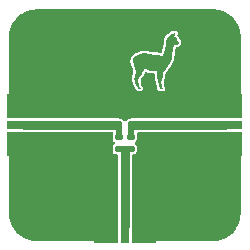
<source format=gbr>
%TF.GenerationSoftware,KiCad,Pcbnew,6.0.9+dfsg-1~bpo11+1*%
%TF.CreationDate,2022-11-11T16:08:21+01:00*%
%TF.ProjectId,015-3-port-resistive-splitter,3031352d-332d-4706-9f72-742d72657369,1*%
%TF.SameCoordinates,Original*%
%TF.FileFunction,Copper,L1,Top*%
%TF.FilePolarity,Positive*%
%FSLAX46Y46*%
G04 Gerber Fmt 4.6, Leading zero omitted, Abs format (unit mm)*
G04 Created by KiCad (PCBNEW 6.0.9+dfsg-1~bpo11+1) date 2022-11-11 16:08:21*
%MOMM*%
%LPD*%
G01*
G04 APERTURE LIST*
G04 Aperture macros list*
%AMRoundRect*
0 Rectangle with rounded corners*
0 $1 Rounding radius*
0 $2 $3 $4 $5 $6 $7 $8 $9 X,Y pos of 4 corners*
0 Add a 4 corners polygon primitive as box body*
4,1,4,$2,$3,$4,$5,$6,$7,$8,$9,$2,$3,0*
0 Add four circle primitives for the rounded corners*
1,1,$1+$1,$2,$3*
1,1,$1+$1,$4,$5*
1,1,$1+$1,$6,$7*
1,1,$1+$1,$8,$9*
0 Add four rect primitives between the rounded corners*
20,1,$1+$1,$2,$3,$4,$5,0*
20,1,$1+$1,$4,$5,$6,$7,0*
20,1,$1+$1,$6,$7,$8,$9,0*
20,1,$1+$1,$8,$9,$2,$3,0*%
G04 Aperture macros list end*
%TA.AperFunction,SMDPad,CuDef*%
%ADD10RoundRect,0.135000X0.185000X-0.135000X0.185000X0.135000X-0.185000X0.135000X-0.185000X-0.135000X0*%
%TD*%
%TA.AperFunction,SMDPad,CuDef*%
%ADD11RoundRect,0.135000X-0.135000X-0.185000X0.135000X-0.185000X0.135000X0.185000X-0.135000X0.185000X0*%
%TD*%
%TA.AperFunction,SMDPad,CuDef*%
%ADD12R,0.800000X3.000000*%
%TD*%
%TA.AperFunction,ComponentPad*%
%ADD13C,0.800000*%
%TD*%
%TA.AperFunction,SMDPad,CuDef*%
%ADD14R,2.000000X3.000000*%
%TD*%
%TA.AperFunction,ComponentPad*%
%ADD15C,3.400000*%
%TD*%
%TA.AperFunction,SMDPad,CuDef*%
%ADD16R,3.000000X0.800000*%
%TD*%
%TA.AperFunction,SMDPad,CuDef*%
%ADD17R,3.000000X2.000000*%
%TD*%
%TA.AperFunction,ViaPad*%
%ADD18C,0.800000*%
%TD*%
%TA.AperFunction,Conductor*%
%ADD19C,0.800000*%
%TD*%
%TA.AperFunction,Conductor*%
%ADD20C,0.540000*%
%TD*%
G04 APERTURE END LIST*
%TO.C,G\u002A\u002A\u002A*%
G36*
X151749497Y-69705930D02*
G01*
X151764069Y-69713656D01*
X151769927Y-69729804D01*
X151767275Y-69757051D01*
X151756317Y-69798075D01*
X151737535Y-69854754D01*
X151721149Y-69901459D01*
X151706954Y-69940638D01*
X151696401Y-69968377D01*
X151690939Y-69980758D01*
X151690775Y-69980959D01*
X151696427Y-69988191D01*
X151715834Y-70002578D01*
X151744807Y-70021017D01*
X151745083Y-70021183D01*
X151807973Y-70064867D01*
X151855801Y-70110644D01*
X151887613Y-70156763D01*
X151902451Y-70201472D01*
X151899359Y-70243020D01*
X151882809Y-70273458D01*
X151863280Y-70297575D01*
X151919844Y-70331649D01*
X151960026Y-70357712D01*
X152001539Y-70387480D01*
X152022896Y-70404263D01*
X152048950Y-70426940D01*
X152062034Y-70443624D01*
X152065500Y-70460997D01*
X152062950Y-70484137D01*
X152057925Y-70523885D01*
X152054473Y-70564182D01*
X152054345Y-70566485D01*
X152048998Y-70597830D01*
X152035247Y-70615484D01*
X152029584Y-70618777D01*
X152006313Y-70635279D01*
X151986583Y-70655266D01*
X151976521Y-70666051D01*
X151964266Y-70673487D01*
X151945751Y-70678432D01*
X151916911Y-70681745D01*
X151873680Y-70684285D01*
X151842791Y-70685643D01*
X151783133Y-70689244D01*
X151738225Y-70694292D01*
X151710429Y-70700477D01*
X151703696Y-70703892D01*
X151691670Y-70722389D01*
X151682617Y-70750758D01*
X151681739Y-70755560D01*
X151674380Y-70781642D01*
X151659796Y-70819708D01*
X151640489Y-70863505D01*
X151629076Y-70887148D01*
X151611906Y-70922661D01*
X151598530Y-70954130D01*
X151587726Y-70985994D01*
X151578272Y-71022692D01*
X151568946Y-71068665D01*
X151558527Y-71128353D01*
X151552292Y-71166155D01*
X151540900Y-71241488D01*
X151529802Y-71324739D01*
X151519992Y-71407770D01*
X151512466Y-71482440D01*
X151510000Y-71512331D01*
X151495768Y-71661863D01*
X151476390Y-71794448D01*
X151451302Y-71913291D01*
X151420342Y-72020379D01*
X151391430Y-72098143D01*
X151358588Y-72165959D01*
X151318309Y-72229523D01*
X151267087Y-72294533D01*
X151217932Y-72349212D01*
X151119618Y-72466293D01*
X151036095Y-72592642D01*
X150973653Y-72712199D01*
X150945475Y-72768916D01*
X150920100Y-72811388D01*
X150893964Y-72845031D01*
X150870771Y-72868617D01*
X150843100Y-72893130D01*
X150820540Y-72910726D01*
X150807857Y-72917695D01*
X150807684Y-72917701D01*
X150795740Y-72924231D01*
X150784208Y-72944780D01*
X150772681Y-72980786D01*
X150760748Y-73033687D01*
X150748001Y-73104923D01*
X150739991Y-73155752D01*
X150725224Y-73248766D01*
X150710991Y-73327639D01*
X150695826Y-73398802D01*
X150678263Y-73468684D01*
X150656839Y-73543715D01*
X150636436Y-73610164D01*
X150615951Y-73679780D01*
X150602226Y-73739472D01*
X150594962Y-73794805D01*
X150593861Y-73851345D01*
X150598623Y-73914656D01*
X150608951Y-73990305D01*
X150614265Y-74023397D01*
X150624152Y-74084904D01*
X150633386Y-74145188D01*
X150641131Y-74198595D01*
X150646552Y-74239473D01*
X150647850Y-74250736D01*
X150655182Y-74295741D01*
X150668657Y-74332907D01*
X150692293Y-74372976D01*
X150695212Y-74377323D01*
X150735410Y-74436741D01*
X150433324Y-74436741D01*
X150440307Y-74403157D01*
X150448955Y-74373397D01*
X150459381Y-74350549D01*
X150464241Y-74337005D01*
X150461863Y-74318593D01*
X150451076Y-74290459D01*
X150438343Y-74263305D01*
X150418339Y-74217616D01*
X150401307Y-74167775D01*
X150386142Y-74109586D01*
X150371740Y-74038853D01*
X150358140Y-73958625D01*
X150348063Y-73906500D01*
X150333193Y-73843631D01*
X150315709Y-73778728D01*
X150301331Y-73731285D01*
X150281662Y-73668445D01*
X150266474Y-73614167D01*
X150254845Y-73563325D01*
X150245854Y-73510787D01*
X150238579Y-73451424D01*
X150232099Y-73380107D01*
X150227571Y-73320712D01*
X150222296Y-73217557D01*
X150221494Y-73118815D01*
X150225069Y-73029442D01*
X150232923Y-72954394D01*
X150234938Y-72941894D01*
X150240574Y-72909251D01*
X150055351Y-72914973D01*
X149934551Y-72916493D01*
X149829454Y-72912737D01*
X149735673Y-72903287D01*
X149648821Y-72887726D01*
X149577624Y-72869514D01*
X149471157Y-72830649D01*
X149381829Y-72780603D01*
X149309198Y-72719065D01*
X149252825Y-72645724D01*
X149246724Y-72635404D01*
X149218196Y-72585613D01*
X149210928Y-72614569D01*
X149191066Y-72671755D01*
X149160323Y-72734851D01*
X149123136Y-72795888D01*
X149083937Y-72846898D01*
X149078115Y-72853237D01*
X149044112Y-72890266D01*
X149021304Y-72919548D01*
X149006142Y-72947820D01*
X148995075Y-72981817D01*
X148984556Y-73028275D01*
X148983696Y-73032419D01*
X148964542Y-73105056D01*
X148937367Y-73171410D01*
X148899699Y-73235738D01*
X148849064Y-73302299D01*
X148786851Y-73371319D01*
X148742944Y-73418099D01*
X148711385Y-73454079D01*
X148689591Y-73482749D01*
X148674980Y-73507599D01*
X148664968Y-73532118D01*
X148662773Y-73538956D01*
X148648906Y-73601349D01*
X148640779Y-73674780D01*
X148638941Y-73750282D01*
X148643939Y-73818888D01*
X148645156Y-73827058D01*
X148664138Y-73943204D01*
X148680942Y-74040262D01*
X148695897Y-74119659D01*
X148709334Y-74182822D01*
X148721581Y-74231179D01*
X148732969Y-74266156D01*
X148743826Y-74289179D01*
X148754483Y-74301677D01*
X148754825Y-74301920D01*
X148785325Y-74327189D01*
X148812851Y-74356824D01*
X148831765Y-74384361D01*
X148836180Y-74395133D01*
X148837533Y-74404645D01*
X148833225Y-74410734D01*
X148819705Y-74414159D01*
X148793425Y-74415684D01*
X148750836Y-74416067D01*
X148738508Y-74416074D01*
X148635361Y-74416074D01*
X148637738Y-74387656D01*
X148635658Y-74369443D01*
X148624630Y-74348702D01*
X148602058Y-74321446D01*
X148578871Y-74297237D01*
X148536057Y-74248160D01*
X148497091Y-74190611D01*
X148460500Y-74121739D01*
X148424806Y-74038692D01*
X148388535Y-73938621D01*
X148379995Y-73913016D01*
X148345183Y-73801371D01*
X148319905Y-73704622D01*
X148304211Y-73619298D01*
X148298151Y-73541934D01*
X148301776Y-73469061D01*
X148315135Y-73397211D01*
X148338277Y-73322916D01*
X148371253Y-73242709D01*
X148390214Y-73201875D01*
X148405533Y-73168586D01*
X148415470Y-73141580D01*
X148421157Y-73114682D01*
X148423722Y-73081714D01*
X148424296Y-73036501D01*
X148424231Y-73015870D01*
X148416326Y-72904730D01*
X148393746Y-72780362D01*
X148356725Y-72643852D01*
X148321937Y-72540525D01*
X148303810Y-72486338D01*
X148286790Y-72428415D01*
X148273532Y-72376063D01*
X148269395Y-72356246D01*
X148256700Y-72299381D01*
X148242932Y-72256240D01*
X148228984Y-72228204D01*
X148215750Y-72216656D01*
X148204123Y-72222978D01*
X148196263Y-72243057D01*
X148191492Y-72259686D01*
X148187099Y-72261209D01*
X148180185Y-72245913D01*
X148174414Y-72230140D01*
X148163517Y-72181856D01*
X148159529Y-72121852D01*
X148162256Y-72057816D01*
X148171505Y-71997435D01*
X148181127Y-71963210D01*
X148228388Y-71860329D01*
X148293363Y-71766437D01*
X148374820Y-71682256D01*
X148471531Y-71608507D01*
X148582266Y-71545911D01*
X148705798Y-71495191D01*
X148840896Y-71457067D01*
X148986331Y-71432261D01*
X149101931Y-71422808D01*
X149189714Y-71420771D01*
X149273788Y-71423330D01*
X149359065Y-71431031D01*
X149450458Y-71444418D01*
X149552879Y-71464036D01*
X149634000Y-71481821D01*
X149730096Y-71503358D01*
X149809868Y-71520213D01*
X149876997Y-71532892D01*
X149935164Y-71541902D01*
X149988051Y-71547750D01*
X150039338Y-71550942D01*
X150092706Y-71551986D01*
X150140918Y-71551588D01*
X150197027Y-71550928D01*
X150241302Y-71551602D01*
X150279609Y-71554329D01*
X150317817Y-71559831D01*
X150361794Y-71568832D01*
X150417409Y-71582051D01*
X150445893Y-71589095D01*
X150517911Y-71606227D01*
X150573568Y-71617196D01*
X150616235Y-71621989D01*
X150649281Y-71620594D01*
X150676077Y-71613000D01*
X150699992Y-71599193D01*
X150714122Y-71588122D01*
X150735178Y-71567686D01*
X150753022Y-71543142D01*
X150768940Y-71511354D01*
X150784214Y-71469186D01*
X150800129Y-71413502D01*
X150817969Y-71341166D01*
X150821635Y-71325482D01*
X150839194Y-71253783D01*
X150860354Y-71173325D01*
X150882595Y-71093387D01*
X150903398Y-71023247D01*
X150905741Y-71015730D01*
X150921267Y-70965126D01*
X150933592Y-70921308D01*
X150943515Y-70879957D01*
X150951836Y-70836754D01*
X150959354Y-70787378D01*
X150966868Y-70727511D01*
X150975178Y-70652832D01*
X150978291Y-70623641D01*
X150989387Y-70521506D01*
X150999261Y-70437420D01*
X151008386Y-70368834D01*
X151017234Y-70313201D01*
X151026280Y-70267970D01*
X151035996Y-70230595D01*
X151046856Y-70198526D01*
X151059333Y-70169215D01*
X151064777Y-70157905D01*
X151085516Y-70118708D01*
X151106630Y-70086547D01*
X151131692Y-70057773D01*
X151164272Y-70028734D01*
X151207943Y-69995779D01*
X151256487Y-69961936D01*
X151306169Y-69925981D01*
X151357828Y-69885320D01*
X151404212Y-69845808D01*
X151429179Y-69822448D01*
X151460564Y-69793056D01*
X151487611Y-69770917D01*
X151506429Y-69759062D01*
X151511848Y-69758018D01*
X151525421Y-69772636D01*
X151527033Y-69802619D01*
X151516705Y-69846491D01*
X151510386Y-69864556D01*
X151498904Y-69896345D01*
X151491139Y-69919954D01*
X151488993Y-69928741D01*
X151495323Y-69926826D01*
X151512271Y-69912553D01*
X151536774Y-69889055D01*
X151565769Y-69859463D01*
X151596192Y-69826909D01*
X151624982Y-69794528D01*
X151649074Y-69765450D01*
X151650700Y-69763368D01*
X151677896Y-69730625D01*
X151698583Y-69712173D01*
X151717013Y-69704658D01*
X151726005Y-69703950D01*
X151749497Y-69705930D01*
G37*
%TD*%
D10*
%TO.P,R3,1*%
%TO.N,Net-(J2-Pad1)*%
X148000000Y-79510000D03*
%TO.P,R3,2*%
%TO.N,Net-(J3-Pad1)*%
X148000000Y-78490000D03*
%TD*%
D11*
%TO.P,R2,1*%
%TO.N,Net-(J1-Pad1)*%
X146990000Y-77500000D03*
%TO.P,R2,2*%
%TO.N,Net-(J3-Pad1)*%
X148010000Y-77500000D03*
%TD*%
D10*
%TO.P,R1,1*%
%TO.N,Net-(J2-Pad1)*%
X147000000Y-79510000D03*
%TO.P,R1,2*%
%TO.N,Net-(J1-Pad1)*%
X147000000Y-78490000D03*
%TD*%
D12*
%TO.P,J2,1,Pin_1*%
%TO.N,Net-(J2-Pad1)*%
X147500000Y-86000000D03*
D13*
%TO.P,J2,2,Pin_2*%
%TO.N,GND*%
X149000000Y-86500000D03*
X146500000Y-86000000D03*
D14*
X149100000Y-86000000D03*
D13*
X148500000Y-85000000D03*
X148500000Y-86000000D03*
X146500000Y-85000000D03*
X146000000Y-86500000D03*
X149000000Y-85500000D03*
D14*
X145900000Y-86000000D03*
D13*
X146000000Y-85500000D03*
X148500000Y-87000000D03*
X146500000Y-87000000D03*
%TD*%
D15*
%TO.P,H3,1,1*%
%TO.N,GND*%
X140000000Y-70000000D03*
%TD*%
D16*
%TO.P,J3,1,Pin_1*%
%TO.N,Net-(J3-Pad1)*%
X156000000Y-77500000D03*
D17*
%TO.P,J3,2,Pin_2*%
%TO.N,GND*%
X156000000Y-75900000D03*
D13*
X157000000Y-76500000D03*
X155500000Y-76000000D03*
X157000000Y-78500000D03*
X155000000Y-78500000D03*
X156500000Y-79000000D03*
X156000000Y-76500000D03*
X155000000Y-76500000D03*
X156000000Y-78500000D03*
X156500000Y-76000000D03*
X155500000Y-79000000D03*
D17*
X156000000Y-79100000D03*
%TD*%
D15*
%TO.P,H1,1,1*%
%TO.N,GND*%
X155000000Y-85000000D03*
%TD*%
%TO.P,H2,1,1*%
%TO.N,GND*%
X155000000Y-70000000D03*
%TD*%
D16*
%TO.P,J1,1,Pin_1*%
%TO.N,Net-(J1-Pad1)*%
X139000000Y-77500000D03*
D13*
%TO.P,J1,2,Pin_2*%
%TO.N,GND*%
X139000000Y-76500000D03*
D17*
X139000000Y-75900000D03*
D13*
X139000000Y-78500000D03*
X138000000Y-76500000D03*
X139500000Y-76000000D03*
X139500000Y-79000000D03*
D17*
X139000000Y-79100000D03*
D13*
X140000000Y-76500000D03*
X138000000Y-78500000D03*
X140000000Y-78500000D03*
X138500000Y-79000000D03*
X138500000Y-76000000D03*
%TD*%
D15*
%TO.P,H4,1,1*%
%TO.N,GND*%
X140000000Y-85000000D03*
%TD*%
D18*
%TO.N,GND*%
X150000000Y-85000000D03*
X145000000Y-85000000D03*
X140000000Y-75000000D03*
X150000000Y-82500000D03*
X145000000Y-82500000D03*
X142500000Y-70000000D03*
X147500000Y-70000000D03*
X150000000Y-70000000D03*
X152500000Y-70000000D03*
X147500000Y-72500000D03*
X145000000Y-72500000D03*
X142500000Y-72500000D03*
X142500000Y-75000000D03*
X145000000Y-75000000D03*
X147500000Y-75000000D03*
X150000000Y-75000000D03*
X152500000Y-72500000D03*
X152500000Y-75000000D03*
X142500000Y-80000000D03*
X142500000Y-82500000D03*
X152500000Y-80000000D03*
X152500000Y-82500000D03*
X149500000Y-81000000D03*
X145500000Y-81000000D03*
X150000000Y-79500000D03*
X145000000Y-79500000D03*
X145500000Y-80000000D03*
X149500000Y-80000000D03*
X149000000Y-79500000D03*
X146000000Y-79500000D03*
X149000000Y-78500000D03*
X149500000Y-79000000D03*
X150000000Y-78500000D03*
X146000000Y-78500000D03*
X145500000Y-79000000D03*
X145000000Y-78500000D03*
X144500000Y-79000000D03*
X144000000Y-78500000D03*
X143500000Y-79000000D03*
X143000000Y-78500000D03*
X142500000Y-79000000D03*
X142000000Y-78500000D03*
X141500000Y-79000000D03*
X141000000Y-78500000D03*
X147000000Y-76500000D03*
X146500000Y-76000000D03*
X146000000Y-76500000D03*
X145500000Y-76000000D03*
X145000000Y-76500000D03*
X144500000Y-76000000D03*
X144000000Y-76500000D03*
X143500000Y-76000000D03*
X143000000Y-76500000D03*
X142500000Y-76000000D03*
X142000000Y-76500000D03*
X141500000Y-76000000D03*
X141000000Y-76500000D03*
X147500000Y-76000000D03*
X148000000Y-76500000D03*
X148500000Y-76000000D03*
X149000000Y-76500000D03*
X149500000Y-76000000D03*
X150000000Y-76500000D03*
X150500000Y-76000000D03*
X151000000Y-76500000D03*
X151500000Y-76000000D03*
X152000000Y-76500000D03*
X152500000Y-76000000D03*
X153000000Y-76500000D03*
X153500000Y-76000000D03*
X154500000Y-76000000D03*
X154000000Y-76500000D03*
X150500000Y-79000000D03*
X151000000Y-78500000D03*
X151500000Y-79000000D03*
X152000000Y-78500000D03*
X152500000Y-79000000D03*
X153000000Y-78500000D03*
X153500000Y-79000000D03*
X154000000Y-78500000D03*
X149000000Y-80500000D03*
X148500000Y-81000000D03*
X149000000Y-81500000D03*
X148500000Y-82000000D03*
X149000000Y-82500000D03*
X148500000Y-83000000D03*
X149000000Y-83500000D03*
X148500000Y-84000000D03*
X146000000Y-80500000D03*
X146500000Y-81000000D03*
X146000000Y-81500000D03*
X146500000Y-82000000D03*
X146000000Y-82500000D03*
X146500000Y-83000000D03*
X146000000Y-83500000D03*
X146500000Y-84000000D03*
X140000000Y-82500000D03*
X154500000Y-79000000D03*
X146000000Y-84500000D03*
X155000000Y-72500000D03*
X152500000Y-85000000D03*
X142500000Y-85000000D03*
X140000000Y-80000000D03*
X149000000Y-84500000D03*
X155000000Y-82500000D03*
X140500000Y-79000000D03*
X155000000Y-80000000D03*
X155000000Y-75000000D03*
X140000000Y-72500000D03*
X140500000Y-76000000D03*
%TD*%
D19*
%TO.N,Net-(J1-Pad1)*%
X139000000Y-77500000D02*
X146750000Y-77500000D01*
%TO.N,Net-(J3-Pad1)*%
X148250000Y-77500000D02*
X156000000Y-77500000D01*
%TO.N,Net-(J2-Pad1)*%
X147499550Y-79640740D02*
X147500000Y-80000000D01*
X147500000Y-80000000D02*
X147500000Y-86000000D01*
D20*
X147490000Y-79510000D02*
X147499550Y-79640740D01*
X147000000Y-79510000D02*
X147490000Y-79510000D01*
X147490000Y-79510000D02*
X148000000Y-79510000D01*
%TO.N,Net-(J3-Pad1)*%
X148010000Y-77500000D02*
X148010000Y-78480000D01*
X148010000Y-78480000D02*
X148000000Y-78490000D01*
%TO.N,Net-(J1-Pad1)*%
X146990000Y-77500000D02*
X146990000Y-78480000D01*
X146990000Y-78480000D02*
X147000000Y-78490000D01*
%TD*%
%TA.AperFunction,Conductor*%
%TO.N,GND*%
G36*
X157258691Y-78119407D02*
G01*
X157294655Y-78168907D01*
X157299500Y-78199500D01*
X157299500Y-84965983D01*
X157296982Y-84988169D01*
X157294344Y-84999641D01*
X157296805Y-85010517D01*
X157296786Y-85021664D01*
X157296757Y-85021664D01*
X157297578Y-85031772D01*
X157283096Y-85271197D01*
X157281656Y-85283056D01*
X157233761Y-85544415D01*
X157230900Y-85556023D01*
X157151852Y-85809695D01*
X157147613Y-85820873D01*
X157038564Y-86063170D01*
X157033008Y-86073756D01*
X156895548Y-86301142D01*
X156888757Y-86310980D01*
X156724897Y-86520132D01*
X156716970Y-86529081D01*
X156529081Y-86716970D01*
X156520132Y-86724897D01*
X156310980Y-86888757D01*
X156301142Y-86895548D01*
X156073756Y-87033008D01*
X156063170Y-87038564D01*
X155820873Y-87147613D01*
X155809695Y-87151852D01*
X155556015Y-87230902D01*
X155544422Y-87233759D01*
X155283056Y-87281656D01*
X155271204Y-87283095D01*
X155032288Y-87297547D01*
X155022372Y-87296724D01*
X155022372Y-87296862D01*
X155011224Y-87296842D01*
X155000359Y-87294344D01*
X154988359Y-87297059D01*
X154966512Y-87299500D01*
X148199500Y-87299500D01*
X148141309Y-87280593D01*
X148105345Y-87231093D01*
X148100500Y-87200500D01*
X148100500Y-80079500D01*
X148119407Y-80021309D01*
X148168907Y-79985345D01*
X148199500Y-79980500D01*
X148224316Y-79980500D01*
X148273173Y-79974068D01*
X148280042Y-79970865D01*
X148372554Y-79927726D01*
X148372556Y-79927725D01*
X148380404Y-79924065D01*
X148464065Y-79840404D01*
X148514068Y-79733173D01*
X148520500Y-79684316D01*
X148520500Y-79335684D01*
X148514068Y-79286827D01*
X148464065Y-79179596D01*
X148380404Y-79095935D01*
X148367081Y-79089723D01*
X148322336Y-79047995D01*
X148310662Y-78987933D01*
X148336521Y-78932481D01*
X148367080Y-78910278D01*
X148380404Y-78904065D01*
X148464065Y-78820404D01*
X148514068Y-78713173D01*
X148520500Y-78664316D01*
X148520500Y-78315684D01*
X148514068Y-78266827D01*
X148502183Y-78241340D01*
X148494726Y-78180611D01*
X148524389Y-78127096D01*
X148579841Y-78101238D01*
X148591907Y-78100500D01*
X157200500Y-78100500D01*
X157258691Y-78119407D01*
G37*
%TD.AperFunction*%
%TA.AperFunction,Conductor*%
G36*
X146466284Y-78119407D02*
G01*
X146502248Y-78168907D01*
X146502248Y-78230093D01*
X146497817Y-78241339D01*
X146485932Y-78266827D01*
X146479500Y-78315684D01*
X146479500Y-78664316D01*
X146485932Y-78713173D01*
X146535935Y-78820404D01*
X146619596Y-78904065D01*
X146632919Y-78910277D01*
X146677664Y-78952005D01*
X146689338Y-79012067D01*
X146663479Y-79067519D01*
X146632920Y-79089722D01*
X146619596Y-79095935D01*
X146535935Y-79179596D01*
X146485932Y-79286827D01*
X146479500Y-79335684D01*
X146479500Y-79684316D01*
X146485932Y-79733173D01*
X146535935Y-79840404D01*
X146619596Y-79924065D01*
X146627444Y-79927725D01*
X146627446Y-79927726D01*
X146719958Y-79970865D01*
X146726827Y-79974068D01*
X146775684Y-79980500D01*
X146800500Y-79980500D01*
X146858691Y-79999407D01*
X146894655Y-80048907D01*
X146899500Y-80079500D01*
X146899500Y-87200500D01*
X146880593Y-87258691D01*
X146831093Y-87294655D01*
X146800500Y-87299500D01*
X140034017Y-87299500D01*
X140011831Y-87296982D01*
X140011801Y-87296975D01*
X140000359Y-87294344D01*
X139989483Y-87296805D01*
X139978336Y-87296786D01*
X139978336Y-87296757D01*
X139968228Y-87297578D01*
X139838014Y-87289702D01*
X139728796Y-87283095D01*
X139716944Y-87281656D01*
X139455578Y-87233759D01*
X139443985Y-87230902D01*
X139190305Y-87151852D01*
X139179127Y-87147613D01*
X138936830Y-87038564D01*
X138926244Y-87033008D01*
X138698858Y-86895548D01*
X138689020Y-86888757D01*
X138479868Y-86724897D01*
X138470919Y-86716970D01*
X138283030Y-86529081D01*
X138275103Y-86520132D01*
X138111243Y-86310980D01*
X138104452Y-86301142D01*
X137966992Y-86073756D01*
X137961436Y-86063170D01*
X137852387Y-85820873D01*
X137848148Y-85809695D01*
X137769100Y-85556023D01*
X137766239Y-85544415D01*
X137718344Y-85283056D01*
X137716904Y-85271197D01*
X137702469Y-85032548D01*
X137704207Y-85011810D01*
X137703747Y-85011757D01*
X137704389Y-85006179D01*
X137705655Y-85000718D01*
X137705656Y-85000000D01*
X137704412Y-84994545D01*
X137702980Y-84988266D01*
X137700500Y-84966248D01*
X137700500Y-78199500D01*
X137719407Y-78141309D01*
X137768907Y-78105345D01*
X137799500Y-78100500D01*
X146408093Y-78100500D01*
X146466284Y-78119407D01*
G37*
%TD.AperFunction*%
%TA.AperFunction,Conductor*%
G36*
X154988169Y-67703018D02*
G01*
X154999641Y-67705656D01*
X155010517Y-67703195D01*
X155021664Y-67703214D01*
X155021664Y-67703243D01*
X155031772Y-67702422D01*
X155161986Y-67710298D01*
X155271204Y-67716905D01*
X155283056Y-67718344D01*
X155544422Y-67766241D01*
X155556015Y-67769098D01*
X155762244Y-67833361D01*
X155809695Y-67848148D01*
X155820873Y-67852387D01*
X156063170Y-67961436D01*
X156073756Y-67966992D01*
X156301142Y-68104452D01*
X156310980Y-68111243D01*
X156520132Y-68275103D01*
X156529081Y-68283030D01*
X156716970Y-68470919D01*
X156724897Y-68479868D01*
X156888757Y-68689020D01*
X156895548Y-68698858D01*
X157033008Y-68926244D01*
X157038564Y-68936830D01*
X157147613Y-69179127D01*
X157151852Y-69190305D01*
X157230900Y-69443977D01*
X157233759Y-69455578D01*
X157281655Y-69716936D01*
X157283095Y-69728796D01*
X157293990Y-69908908D01*
X157297547Y-69967712D01*
X157296724Y-69977628D01*
X157296862Y-69977628D01*
X157296842Y-69988776D01*
X157294344Y-69999641D01*
X157296804Y-70010513D01*
X157297059Y-70011638D01*
X157299500Y-70033488D01*
X157299500Y-76800500D01*
X157280593Y-76858691D01*
X157231093Y-76894655D01*
X157200500Y-76899500D01*
X148210639Y-76899500D01*
X148093238Y-76914956D01*
X148087241Y-76917440D01*
X147955609Y-76971964D01*
X147917723Y-76979500D01*
X147835684Y-76979500D01*
X147786827Y-76985932D01*
X147779959Y-76989135D01*
X147779958Y-76989135D01*
X147687446Y-77032274D01*
X147687444Y-77032275D01*
X147679596Y-77035935D01*
X147595935Y-77119596D01*
X147589723Y-77132919D01*
X147547995Y-77177664D01*
X147487933Y-77189338D01*
X147432481Y-77163479D01*
X147410278Y-77132920D01*
X147404065Y-77119596D01*
X147320404Y-77035935D01*
X147312556Y-77032275D01*
X147312554Y-77032274D01*
X147220042Y-76989135D01*
X147220041Y-76989135D01*
X147213173Y-76985932D01*
X147164316Y-76979500D01*
X147082277Y-76979500D01*
X147044391Y-76971964D01*
X146912759Y-76917440D01*
X146906762Y-76914956D01*
X146789361Y-76899500D01*
X137799500Y-76899500D01*
X137741309Y-76880593D01*
X137705345Y-76831093D01*
X137700500Y-76800500D01*
X137700500Y-72112417D01*
X147957960Y-72112417D01*
X147958331Y-72117999D01*
X147958331Y-72118001D01*
X147958388Y-72118855D01*
X147958516Y-72129636D01*
X147958249Y-72135904D01*
X147959254Y-72141371D01*
X147959272Y-72141634D01*
X147960621Y-72152449D01*
X147962543Y-72181366D01*
X147962754Y-72184547D01*
X147962971Y-72191511D01*
X147962921Y-72203774D01*
X147964152Y-72209228D01*
X147964296Y-72210542D01*
X147964589Y-72212169D01*
X147964957Y-72217705D01*
X147966548Y-72223022D01*
X147966548Y-72223025D01*
X147968498Y-72229543D01*
X147970218Y-72236105D01*
X147973011Y-72248481D01*
X147975613Y-72260010D01*
X147977271Y-72269484D01*
X147977596Y-72272074D01*
X147977597Y-72272078D01*
X147978294Y-72277638D01*
X147980219Y-72282898D01*
X147980885Y-72285648D01*
X147981585Y-72288027D01*
X147982588Y-72290916D01*
X147983809Y-72296328D01*
X147986204Y-72301335D01*
X147987647Y-72305492D01*
X147988099Y-72307738D01*
X147990403Y-72312834D01*
X147992929Y-72318422D01*
X147995690Y-72325184D01*
X147999659Y-72336032D01*
X148001022Y-72338134D01*
X148003970Y-72345151D01*
X148012543Y-72369949D01*
X148030755Y-72388308D01*
X148039343Y-72398197D01*
X148054971Y-72418805D01*
X148059759Y-72421258D01*
X148088712Y-72465506D01*
X148092829Y-72479518D01*
X148093814Y-72483121D01*
X148096609Y-72494158D01*
X148096611Y-72494165D01*
X148097975Y-72499549D01*
X148099595Y-72502720D01*
X148100023Y-72503997D01*
X148105791Y-72523628D01*
X148106102Y-72524856D01*
X148106440Y-72528342D01*
X148111906Y-72544679D01*
X148113003Y-72548173D01*
X148117815Y-72564549D01*
X148119522Y-72567600D01*
X148119975Y-72568803D01*
X148124630Y-72582717D01*
X148124649Y-72582910D01*
X148131762Y-72604036D01*
X148138965Y-72625569D01*
X148139069Y-72625739D01*
X148139071Y-72625744D01*
X148163837Y-72699307D01*
X148165561Y-72704982D01*
X148192214Y-72803258D01*
X148196896Y-72820523D01*
X148198753Y-72828740D01*
X148216145Y-72924537D01*
X148217485Y-72935177D01*
X148223516Y-73019966D01*
X148223764Y-73026646D01*
X148223790Y-73034799D01*
X148223782Y-73036292D01*
X148223568Y-73053202D01*
X148223435Y-73063729D01*
X148223428Y-73064244D01*
X148214371Y-73104374D01*
X148208252Y-73117672D01*
X148198260Y-73139191D01*
X148197775Y-73140236D01*
X148196877Y-73142008D01*
X148194476Y-73145399D01*
X148188363Y-73160267D01*
X148186594Y-73164310D01*
X148182224Y-73173722D01*
X148182222Y-73173729D01*
X148179882Y-73178768D01*
X148179016Y-73182823D01*
X148178315Y-73184706D01*
X148160716Y-73227512D01*
X148158676Y-73231639D01*
X148156448Y-73236696D01*
X148153624Y-73241538D01*
X148150773Y-73250692D01*
X148147823Y-73258874D01*
X148144243Y-73267580D01*
X148143326Y-73273061D01*
X148141891Y-73278090D01*
X148140762Y-73282831D01*
X148128532Y-73322093D01*
X148124813Y-73332096D01*
X148122177Y-73338164D01*
X148121154Y-73343664D01*
X148120983Y-73344224D01*
X148118777Y-73353127D01*
X148118635Y-73353866D01*
X148116985Y-73359164D01*
X148116554Y-73364701D01*
X148116465Y-73365841D01*
X148115096Y-73376248D01*
X148107184Y-73418805D01*
X148105114Y-73427655D01*
X148102655Y-73436347D01*
X148102377Y-73441941D01*
X148101811Y-73445388D01*
X148101540Y-73449165D01*
X148100523Y-73454633D01*
X148100891Y-73463733D01*
X148100850Y-73472629D01*
X148098633Y-73517219D01*
X148097674Y-73526888D01*
X148096484Y-73534880D01*
X148096921Y-73540461D01*
X148096831Y-73543049D01*
X148096876Y-73546182D01*
X148097052Y-73549000D01*
X148096776Y-73554548D01*
X148097740Y-73560014D01*
X148097740Y-73560017D01*
X148098192Y-73562578D01*
X148099394Y-73572037D01*
X148102888Y-73616634D01*
X148103050Y-73626197D01*
X148103145Y-73627571D01*
X148102898Y-73633163D01*
X148103911Y-73638670D01*
X148103911Y-73638674D01*
X148104207Y-73640284D01*
X148105536Y-73650443D01*
X148106088Y-73657489D01*
X148107744Y-73662795D01*
X148107972Y-73663980D01*
X148110296Y-73673381D01*
X148117390Y-73711945D01*
X148118621Y-73718640D01*
X148119250Y-73722489D01*
X148119993Y-73727666D01*
X148120158Y-73733265D01*
X148121574Y-73738682D01*
X148123129Y-73744635D01*
X148124712Y-73751756D01*
X148126802Y-73763122D01*
X148129000Y-73768233D01*
X148130593Y-73773492D01*
X148131627Y-73777160D01*
X148146172Y-73832832D01*
X148146662Y-73834997D01*
X148146991Y-73839306D01*
X148151696Y-73854397D01*
X148152960Y-73858810D01*
X148156909Y-73873924D01*
X148158902Y-73877753D01*
X148159642Y-73879879D01*
X148182321Y-73952614D01*
X148182403Y-73952928D01*
X148182587Y-73954842D01*
X148184044Y-73959211D01*
X148184045Y-73959214D01*
X148188865Y-73973666D01*
X148189463Y-73975519D01*
X148192071Y-73983883D01*
X148191497Y-73984062D01*
X148191563Y-73984211D01*
X148191980Y-73985253D01*
X148192132Y-73985506D01*
X148192154Y-73985556D01*
X148192268Y-73985515D01*
X148192272Y-73985526D01*
X148194177Y-73990784D01*
X148194179Y-73990790D01*
X148194496Y-73991663D01*
X148194448Y-73991681D01*
X148195201Y-73993921D01*
X148195343Y-73994378D01*
X148195059Y-73994466D01*
X148195198Y-73995049D01*
X148195662Y-73994881D01*
X148198720Y-74003316D01*
X148199560Y-74005729D01*
X148205487Y-74023500D01*
X148206778Y-74025624D01*
X148207000Y-74026163D01*
X148229410Y-74087989D01*
X148230665Y-74091772D01*
X148231604Y-74096935D01*
X148233815Y-74102079D01*
X148233816Y-74102083D01*
X148237159Y-74109862D01*
X148239276Y-74115212D01*
X148242111Y-74123034D01*
X148242116Y-74123043D01*
X148244008Y-74128264D01*
X148246845Y-74132671D01*
X148248536Y-74136329D01*
X148267035Y-74179369D01*
X148267776Y-74181094D01*
X148269168Y-74185104D01*
X148269245Y-74185074D01*
X148271298Y-74190283D01*
X148272750Y-74195692D01*
X148275376Y-74200634D01*
X148275377Y-74200637D01*
X148277641Y-74204897D01*
X148281172Y-74212261D01*
X148285219Y-74221678D01*
X148288493Y-74226166D01*
X148291249Y-74231001D01*
X148291186Y-74231037D01*
X148293441Y-74234638D01*
X148311623Y-74268861D01*
X148315912Y-74278244D01*
X148316276Y-74278940D01*
X148318296Y-74284160D01*
X148321435Y-74288795D01*
X148321438Y-74288802D01*
X148322092Y-74289768D01*
X148327538Y-74298816D01*
X148330634Y-74304643D01*
X148334270Y-74308851D01*
X148334625Y-74309369D01*
X148340971Y-74317648D01*
X148343577Y-74321497D01*
X148361276Y-74347639D01*
X148366584Y-74356429D01*
X148367349Y-74357859D01*
X148367353Y-74357865D01*
X148369994Y-74362800D01*
X148373675Y-74367020D01*
X148374435Y-74368120D01*
X148378591Y-74373517D01*
X148379590Y-74374686D01*
X148382707Y-74379289D01*
X148388047Y-74384277D01*
X148395060Y-74391533D01*
X148409196Y-74407736D01*
X148414309Y-74413597D01*
X148434823Y-74453943D01*
X148434816Y-74461637D01*
X148439643Y-74471690D01*
X148440430Y-74475154D01*
X148441695Y-74478463D01*
X148443260Y-74489502D01*
X148456871Y-74509859D01*
X148463813Y-74522024D01*
X148469587Y-74534049D01*
X148469588Y-74534051D01*
X148474413Y-74544098D01*
X148483118Y-74551059D01*
X148485327Y-74553837D01*
X148487910Y-74556278D01*
X148494106Y-74565544D01*
X148503708Y-74571207D01*
X148503709Y-74571208D01*
X148515194Y-74577982D01*
X148526731Y-74585938D01*
X148536810Y-74593998D01*
X148545853Y-74601230D01*
X148556718Y-74603729D01*
X148559905Y-74605269D01*
X148563293Y-74606349D01*
X148572898Y-74612014D01*
X148587714Y-74613266D01*
X148597283Y-74614075D01*
X148601549Y-74614742D01*
X148601555Y-74614687D01*
X148607125Y-74615319D01*
X148612580Y-74616574D01*
X148622668Y-74616574D01*
X148631007Y-74616926D01*
X148646943Y-74618273D01*
X148664049Y-74619719D01*
X148671569Y-74616852D01*
X148675538Y-74616574D01*
X148715784Y-74616574D01*
X148715841Y-74616587D01*
X148716017Y-74616587D01*
X148725588Y-74616581D01*
X148728961Y-74616579D01*
X148729041Y-74616583D01*
X148729859Y-74616764D01*
X148732124Y-74616744D01*
X148732131Y-74616744D01*
X148750545Y-74616578D01*
X148751435Y-74616574D01*
X148761111Y-74616574D01*
X148761167Y-74616561D01*
X148761211Y-74616561D01*
X148773553Y-74616554D01*
X148774366Y-74616368D01*
X148774448Y-74616363D01*
X148775369Y-74616355D01*
X148777848Y-74616412D01*
X148782298Y-74617167D01*
X148787882Y-74616843D01*
X148787884Y-74616843D01*
X148792843Y-74616555D01*
X148797725Y-74616272D01*
X148802559Y-74616110D01*
X148807816Y-74616063D01*
X148812278Y-74616023D01*
X148812279Y-74616023D01*
X148817830Y-74615973D01*
X148822184Y-74614939D01*
X148824841Y-74614702D01*
X148826116Y-74614630D01*
X148829506Y-74614497D01*
X148834844Y-74614379D01*
X148844778Y-74616065D01*
X148884235Y-74604699D01*
X148887325Y-74603863D01*
X148898987Y-74600909D01*
X148898991Y-74600908D01*
X148904373Y-74599544D01*
X148907101Y-74598150D01*
X148907966Y-74597863D01*
X148921966Y-74593830D01*
X148921970Y-74593828D01*
X148932679Y-74590743D01*
X148940992Y-74583318D01*
X148945727Y-74580702D01*
X148951111Y-74577013D01*
X148955259Y-74573543D01*
X148965186Y-74568470D01*
X148973988Y-74556888D01*
X148978436Y-74551646D01*
X148986947Y-74545961D01*
X149000211Y-74523493D01*
X149006635Y-74513931D01*
X149013789Y-74504518D01*
X149013790Y-74504517D01*
X149020535Y-74495641D01*
X149022450Y-74486258D01*
X149024361Y-74482583D01*
X149033449Y-74467187D01*
X149034392Y-74456082D01*
X149035475Y-74452691D01*
X149036068Y-74449174D01*
X149040322Y-74438869D01*
X149039400Y-74422729D01*
X149039081Y-74417156D01*
X149039084Y-74415793D01*
X149041450Y-74407736D01*
X149037846Y-74385816D01*
X149036695Y-74375402D01*
X149035739Y-74358673D01*
X149035103Y-74347544D01*
X149029703Y-74337791D01*
X149029401Y-74336745D01*
X149026211Y-74330096D01*
X149024221Y-74325242D01*
X149023116Y-74322547D01*
X149022277Y-74320429D01*
X149021214Y-74317650D01*
X149007086Y-74280740D01*
X148998979Y-74273085D01*
X148994498Y-74266391D01*
X148991860Y-74263310D01*
X148984886Y-74253155D01*
X148980715Y-74246537D01*
X148975260Y-74237064D01*
X148971448Y-74232960D01*
X148970123Y-74231163D01*
X148968468Y-74229252D01*
X148965324Y-74224676D01*
X148961242Y-74220914D01*
X148961240Y-74220911D01*
X148957231Y-74217216D01*
X148951797Y-74211803D01*
X148942018Y-74201275D01*
X148935927Y-74194054D01*
X148930783Y-74187328D01*
X148929998Y-74186678D01*
X148906362Y-74144120D01*
X148905110Y-74139176D01*
X148904248Y-74135472D01*
X148892738Y-74081366D01*
X148892282Y-74079092D01*
X148878393Y-74005355D01*
X148878133Y-74003919D01*
X148861936Y-73910369D01*
X148861781Y-73909448D01*
X148844065Y-73801050D01*
X148843033Y-73792297D01*
X148839968Y-73750212D01*
X148839736Y-73740627D01*
X148840907Y-73692517D01*
X148841479Y-73684037D01*
X148846400Y-73639570D01*
X148848156Y-73628986D01*
X148850629Y-73617860D01*
X148872843Y-73574063D01*
X148887117Y-73557789D01*
X148890357Y-73554096D01*
X148892585Y-73551640D01*
X148900649Y-73543049D01*
X148908936Y-73534219D01*
X148918661Y-73523858D01*
X148918919Y-73523608D01*
X148920527Y-73522481D01*
X148933764Y-73507796D01*
X148935113Y-73506329D01*
X148942213Y-73498764D01*
X148948513Y-73492052D01*
X148949503Y-73490360D01*
X148949732Y-73490081D01*
X148966809Y-73471135D01*
X148983631Y-73452473D01*
X148986723Y-73449500D01*
X148986672Y-73449451D01*
X148990537Y-73445412D01*
X148994846Y-73441823D01*
X149001089Y-73433617D01*
X149006344Y-73427275D01*
X149006501Y-73427101D01*
X149013126Y-73419751D01*
X149015835Y-73414900D01*
X149019071Y-73410382D01*
X149019119Y-73410416D01*
X149021471Y-73406825D01*
X149049678Y-73369746D01*
X149056420Y-73361791D01*
X149057363Y-73360790D01*
X149057366Y-73360787D01*
X149061207Y-73356710D01*
X149064040Y-73351873D01*
X149064655Y-73351051D01*
X149068981Y-73344592D01*
X149069593Y-73343567D01*
X149072959Y-73339142D01*
X149075887Y-73332690D01*
X149080601Y-73323589D01*
X149103913Y-73283780D01*
X149108463Y-73276715D01*
X149111047Y-73273055D01*
X149111050Y-73273050D01*
X149114276Y-73268480D01*
X149116398Y-73263298D01*
X149117739Y-73260853D01*
X149118995Y-73258023D01*
X149121808Y-73253219D01*
X149124859Y-73243544D01*
X149127659Y-73235802D01*
X149144662Y-73194285D01*
X149148637Y-73185761D01*
X149152606Y-73178207D01*
X149154035Y-73172788D01*
X149155257Y-73169645D01*
X149155561Y-73168737D01*
X149156546Y-73165268D01*
X149158651Y-73160127D01*
X149160062Y-73151624D01*
X149161997Y-73142595D01*
X149172477Y-73102849D01*
X149173356Y-73099880D01*
X149175384Y-73095466D01*
X149178395Y-73080957D01*
X149179599Y-73075844D01*
X149181916Y-73067058D01*
X149181917Y-73067053D01*
X149183332Y-73061686D01*
X149183452Y-73058103D01*
X149183797Y-73056251D01*
X149184487Y-73053202D01*
X149208131Y-73008087D01*
X149212748Y-73003060D01*
X149266036Y-72972992D01*
X149326820Y-72979988D01*
X149334052Y-72983659D01*
X149364553Y-73000748D01*
X149370084Y-73004089D01*
X149375170Y-73007392D01*
X149381004Y-73011181D01*
X149386267Y-73013103D01*
X149387105Y-73013521D01*
X149387493Y-73013674D01*
X149388027Y-73013899D01*
X149392878Y-73016616D01*
X149398211Y-73018186D01*
X149398212Y-73018187D01*
X149405461Y-73020322D01*
X149411438Y-73022291D01*
X149491012Y-73051339D01*
X149498777Y-73054743D01*
X149500893Y-73055548D01*
X149505866Y-73058114D01*
X149511292Y-73059502D01*
X149511295Y-73059503D01*
X149513473Y-73060060D01*
X149522883Y-73062973D01*
X149524883Y-73063703D01*
X149524888Y-73063704D01*
X149530103Y-73065608D01*
X149535613Y-73066305D01*
X149537614Y-73066790D01*
X149546088Y-73068403D01*
X149577354Y-73076400D01*
X149581151Y-73077453D01*
X149585886Y-73078868D01*
X149591037Y-73081066D01*
X149596548Y-73082053D01*
X149596553Y-73082055D01*
X149602685Y-73083154D01*
X149609750Y-73084688D01*
X149615650Y-73086197D01*
X149615653Y-73086197D01*
X149621031Y-73087573D01*
X149626579Y-73087718D01*
X149631770Y-73088441D01*
X149635578Y-73089047D01*
X149678245Y-73096691D01*
X149682090Y-73097681D01*
X149682127Y-73097511D01*
X149687603Y-73098698D01*
X149692905Y-73100493D01*
X149703510Y-73101562D01*
X149704118Y-73101623D01*
X149711642Y-73102675D01*
X149722562Y-73104631D01*
X149728111Y-73104370D01*
X149733662Y-73104732D01*
X149733652Y-73104891D01*
X149737618Y-73104999D01*
X149788589Y-73110135D01*
X149793335Y-73110729D01*
X149794119Y-73110846D01*
X149799527Y-73112295D01*
X149810830Y-73112699D01*
X149812611Y-73112763D01*
X149818968Y-73113196D01*
X149831841Y-73114493D01*
X149837347Y-73113808D01*
X149838387Y-73113796D01*
X149843073Y-73113852D01*
X149894825Y-73115701D01*
X149907520Y-73116154D01*
X149909935Y-73116319D01*
X149914294Y-73117264D01*
X149921082Y-73117179D01*
X149921720Y-73117377D01*
X149925469Y-73117755D01*
X149925392Y-73118519D01*
X149979505Y-73135347D01*
X150016093Y-73184388D01*
X150021204Y-73211110D01*
X150021729Y-73221369D01*
X150021855Y-73225626D01*
X150021904Y-73231639D01*
X150021986Y-73241787D01*
X150022910Y-73245690D01*
X150023065Y-73247497D01*
X150025643Y-73297910D01*
X150026276Y-73310293D01*
X150026280Y-73310847D01*
X150025919Y-73313238D01*
X150026336Y-73318709D01*
X150026336Y-73318710D01*
X150027367Y-73332240D01*
X150027524Y-73334704D01*
X150028487Y-73353525D01*
X150029142Y-73355845D01*
X150029209Y-73356402D01*
X150030547Y-73373947D01*
X150030552Y-73374150D01*
X150030360Y-73375563D01*
X150032229Y-73396129D01*
X150032341Y-73397472D01*
X150033897Y-73417885D01*
X150034320Y-73419251D01*
X150034348Y-73419446D01*
X150036705Y-73445388D01*
X150037064Y-73449344D01*
X150037108Y-73450224D01*
X150036797Y-73453201D01*
X150038999Y-73471176D01*
X150039323Y-73474204D01*
X150040947Y-73492078D01*
X150041873Y-73494919D01*
X150042018Y-73495806D01*
X150044426Y-73515455D01*
X150044633Y-73517767D01*
X150044384Y-73522153D01*
X150045329Y-73527673D01*
X150047026Y-73537589D01*
X150047710Y-73542251D01*
X150049592Y-73557611D01*
X150051083Y-73561742D01*
X150051554Y-73564047D01*
X150052923Y-73572043D01*
X150053833Y-73577362D01*
X150054319Y-73580795D01*
X150054313Y-73585823D01*
X150055562Y-73591283D01*
X150055562Y-73591285D01*
X150057544Y-73599951D01*
X150058615Y-73605315D01*
X150060093Y-73613946D01*
X150061031Y-73619425D01*
X150062956Y-73624058D01*
X150063835Y-73627454D01*
X150066590Y-73639499D01*
X150067045Y-73641834D01*
X150067252Y-73646257D01*
X150068760Y-73651646D01*
X150071451Y-73661265D01*
X150072620Y-73665866D01*
X150074820Y-73675484D01*
X150074822Y-73675491D01*
X150076061Y-73680906D01*
X150077982Y-73684893D01*
X150078707Y-73687195D01*
X150083093Y-73702870D01*
X150083286Y-73703688D01*
X150083511Y-73706596D01*
X150085184Y-73711942D01*
X150085185Y-73711945D01*
X150088957Y-73723996D01*
X150089801Y-73726843D01*
X150094669Y-73744240D01*
X150096062Y-73746808D01*
X150096341Y-73747585D01*
X150108809Y-73787419D01*
X150109575Y-73789867D01*
X150109838Y-73790721D01*
X150122490Y-73832466D01*
X150123303Y-73835307D01*
X150138407Y-73891377D01*
X150139137Y-73894264D01*
X150151525Y-73946640D01*
X150152383Y-73950634D01*
X150152812Y-73952854D01*
X150160630Y-73993293D01*
X150161038Y-73995540D01*
X150170679Y-74052416D01*
X150170805Y-74053395D01*
X150170726Y-74056533D01*
X150171843Y-74062019D01*
X150174291Y-74074046D01*
X150174888Y-74077248D01*
X150177838Y-74094649D01*
X150179037Y-74097547D01*
X150179273Y-74098511D01*
X150185683Y-74129994D01*
X150186235Y-74133184D01*
X150186378Y-74138106D01*
X150190085Y-74152330D01*
X150191288Y-74157519D01*
X150194183Y-74171737D01*
X150196212Y-74176219D01*
X150197128Y-74179355D01*
X150200957Y-74194047D01*
X150201540Y-74196282D01*
X150202029Y-74200100D01*
X150202434Y-74200011D01*
X150203636Y-74205481D01*
X150204213Y-74211053D01*
X150207984Y-74222087D01*
X150210092Y-74229099D01*
X150212988Y-74240212D01*
X150215549Y-74245140D01*
X150217544Y-74250330D01*
X150217351Y-74250404D01*
X150218866Y-74253935D01*
X150220800Y-74259594D01*
X150221683Y-74262178D01*
X150222779Y-74266331D01*
X150222843Y-74266311D01*
X150224495Y-74271659D01*
X150225535Y-74277163D01*
X150227781Y-74282292D01*
X150229658Y-74286579D01*
X150232652Y-74294275D01*
X150235521Y-74302672D01*
X150235521Y-74302673D01*
X150235921Y-74303843D01*
X150235681Y-74303925D01*
X150243090Y-74361807D01*
X150239673Y-74372184D01*
X150237703Y-74380784D01*
X150232859Y-74390828D01*
X150232849Y-74401978D01*
X150232849Y-74401979D01*
X150232837Y-74415773D01*
X150232820Y-74416136D01*
X150232421Y-74418054D01*
X150232511Y-74422728D01*
X150232511Y-74422729D01*
X150232798Y-74437632D01*
X150232816Y-74439624D01*
X150232779Y-74482304D01*
X150233696Y-74484214D01*
X150233737Y-74486334D01*
X150253054Y-74524567D01*
X150253849Y-74526182D01*
X150272376Y-74564765D01*
X150274032Y-74566089D01*
X150274987Y-74567980D01*
X150282988Y-74574118D01*
X150282989Y-74574120D01*
X150308897Y-74593998D01*
X150310465Y-74595226D01*
X150335322Y-74615104D01*
X150343816Y-74621897D01*
X150345882Y-74622372D01*
X150347563Y-74623662D01*
X150357425Y-74625721D01*
X150357426Y-74625722D01*
X150389342Y-74632387D01*
X150391288Y-74632814D01*
X150405970Y-74636190D01*
X150405979Y-74636191D01*
X150410543Y-74637241D01*
X150412508Y-74637241D01*
X150412844Y-74637295D01*
X150437107Y-74642362D01*
X150447928Y-74639683D01*
X150450178Y-74639642D01*
X150469864Y-74637241D01*
X150689639Y-74637241D01*
X150697370Y-74638496D01*
X150697445Y-74637550D01*
X150708561Y-74638429D01*
X150719200Y-74641757D01*
X150730230Y-74640142D01*
X150742914Y-74638285D01*
X150746947Y-74637991D01*
X150746933Y-74637863D01*
X150752455Y-74637241D01*
X150758013Y-74637241D01*
X150768487Y-74634851D01*
X150776155Y-74633418D01*
X150809711Y-74628505D01*
X150816547Y-74623889D01*
X150824595Y-74622053D01*
X150833315Y-74615105D01*
X150833316Y-74615104D01*
X150851129Y-74600909D01*
X150857422Y-74596288D01*
X150876283Y-74583552D01*
X150876284Y-74583551D01*
X150885522Y-74577313D01*
X150889680Y-74570189D01*
X150896134Y-74565046D01*
X150900976Y-74555008D01*
X150900978Y-74555005D01*
X150910870Y-74534496D01*
X150914537Y-74527602D01*
X150926013Y-74507940D01*
X150926014Y-74507937D01*
X150931633Y-74498310D01*
X150932290Y-74490086D01*
X150935875Y-74482654D01*
X150935885Y-74471503D01*
X150935905Y-74448733D01*
X150936220Y-74440933D01*
X150938034Y-74418240D01*
X150938034Y-74418238D01*
X150938922Y-74407126D01*
X150935948Y-74399430D01*
X150935955Y-74391178D01*
X150930246Y-74379289D01*
X150921271Y-74360597D01*
X150918172Y-74353432D01*
X150916262Y-74348489D01*
X150916259Y-74348483D01*
X150914241Y-74343261D01*
X150911104Y-74338623D01*
X150908509Y-74333660D01*
X150908633Y-74333595D01*
X150906621Y-74330089D01*
X150905523Y-74327803D01*
X150896358Y-74308717D01*
X150887652Y-74301754D01*
X150880712Y-74293030D01*
X150881355Y-74292519D01*
X150875982Y-74286708D01*
X150863691Y-74268540D01*
X150860428Y-74263380D01*
X150859756Y-74262241D01*
X150846881Y-74224949D01*
X150846499Y-74222065D01*
X150845642Y-74215602D01*
X150845443Y-74213993D01*
X150845190Y-74211793D01*
X150843842Y-74200100D01*
X150843146Y-74194062D01*
X150843335Y-74194040D01*
X150843112Y-74192322D01*
X150842825Y-74192364D01*
X150839812Y-74171590D01*
X150839646Y-74170394D01*
X150838815Y-74164127D01*
X150836919Y-74149830D01*
X150836501Y-74148704D01*
X150836476Y-74148579D01*
X150834973Y-74138220D01*
X150834966Y-74138139D01*
X150835024Y-74137349D01*
X150834699Y-74135226D01*
X150834697Y-74135206D01*
X150831738Y-74115893D01*
X150831621Y-74115110D01*
X150831244Y-74112506D01*
X150829102Y-74097739D01*
X150828876Y-74096178D01*
X150828874Y-74096170D01*
X150828566Y-74094044D01*
X150828281Y-74093305D01*
X150828268Y-74093243D01*
X150825682Y-74076359D01*
X150825677Y-74076309D01*
X150825726Y-74075576D01*
X150823547Y-74062019D01*
X150822301Y-74054268D01*
X150822187Y-74053546D01*
X150819223Y-74034195D01*
X150819223Y-74034194D01*
X150818918Y-74032204D01*
X150818648Y-74031521D01*
X150818634Y-74031454D01*
X150812592Y-73993867D01*
X150812590Y-73993854D01*
X150807476Y-73962013D01*
X150807133Y-73959705D01*
X150805350Y-73946640D01*
X150798508Y-73896526D01*
X150797877Y-73890562D01*
X150796941Y-73878124D01*
X150794858Y-73850424D01*
X150794598Y-73841073D01*
X150794633Y-73839306D01*
X150795100Y-73815350D01*
X150795923Y-73804397D01*
X150799158Y-73779753D01*
X150800834Y-73770452D01*
X150809327Y-73733517D01*
X150810835Y-73727757D01*
X150828282Y-73668463D01*
X150828616Y-73667352D01*
X150842330Y-73622685D01*
X150842447Y-73622359D01*
X150843379Y-73620670D01*
X150848822Y-73601610D01*
X150849378Y-73599734D01*
X150853786Y-73585377D01*
X150853787Y-73585371D01*
X150855142Y-73580959D01*
X150855284Y-73579033D01*
X150855362Y-73578707D01*
X150865491Y-73543229D01*
X150865777Y-73542361D01*
X150867163Y-73539649D01*
X150871557Y-73522167D01*
X150872371Y-73519134D01*
X150877264Y-73501999D01*
X150877428Y-73498955D01*
X150877616Y-73498054D01*
X150878181Y-73495806D01*
X150885387Y-73467136D01*
X150885724Y-73465986D01*
X150887175Y-73462871D01*
X150890788Y-73445915D01*
X150891600Y-73442419D01*
X150894434Y-73431144D01*
X150894435Y-73431133D01*
X150895788Y-73425752D01*
X150895863Y-73422326D01*
X150896074Y-73421114D01*
X150902855Y-73389293D01*
X150903078Y-73388423D01*
X150904259Y-73385664D01*
X150905253Y-73380153D01*
X150905255Y-73380148D01*
X150907473Y-73367859D01*
X150908073Y-73364807D01*
X150910640Y-73352759D01*
X150911799Y-73347321D01*
X150911756Y-73344320D01*
X150911880Y-73343426D01*
X150912653Y-73339142D01*
X150918820Y-73304973D01*
X150918903Y-73304610D01*
X150919672Y-73302703D01*
X150922748Y-73283329D01*
X150923095Y-73281280D01*
X150923301Y-73280142D01*
X150926551Y-73262128D01*
X150926457Y-73260079D01*
X150926502Y-73259680D01*
X150934457Y-73209576D01*
X150934501Y-73209466D01*
X150935875Y-73200751D01*
X150938102Y-73186616D01*
X150938119Y-73186507D01*
X150938456Y-73184388D01*
X150941555Y-73164866D01*
X150941547Y-73164751D01*
X150945575Y-73139191D01*
X150945916Y-73137166D01*
X150953377Y-73095466D01*
X150954050Y-73091706D01*
X150981829Y-73039201D01*
X150984233Y-73037326D01*
X150987312Y-73033550D01*
X150993020Y-73028466D01*
X150993045Y-73028445D01*
X150997759Y-73025439D01*
X151001679Y-73021452D01*
X151001682Y-73021450D01*
X151006494Y-73016556D01*
X151011444Y-73011857D01*
X151015651Y-73008130D01*
X151020642Y-73003709D01*
X151023745Y-72999376D01*
X151033096Y-72990475D01*
X151033982Y-72989568D01*
X151038323Y-72986026D01*
X151041763Y-72981598D01*
X151041978Y-72981378D01*
X151048597Y-72973812D01*
X151048875Y-72973457D01*
X151052773Y-72969493D01*
X151055693Y-72964760D01*
X151056165Y-72963995D01*
X151062244Y-72955234D01*
X151068832Y-72946754D01*
X151075560Y-72938966D01*
X151076661Y-72937818D01*
X151080536Y-72933778D01*
X151083406Y-72928974D01*
X151084185Y-72927953D01*
X151088125Y-72922187D01*
X151088888Y-72920937D01*
X151092302Y-72916543D01*
X151095373Y-72909955D01*
X151100117Y-72901004D01*
X151106145Y-72890915D01*
X151108445Y-72887644D01*
X151108308Y-72887556D01*
X151111346Y-72882859D01*
X151114900Y-72878527D01*
X151119874Y-72868515D01*
X151123548Y-72861786D01*
X151126339Y-72857114D01*
X151129188Y-72852346D01*
X151130906Y-72847062D01*
X151133203Y-72842006D01*
X151133339Y-72842068D01*
X151134849Y-72838375D01*
X151151851Y-72804151D01*
X151152760Y-72802366D01*
X151206687Y-72699111D01*
X151211854Y-72690348D01*
X151277420Y-72591165D01*
X151284190Y-72582096D01*
X151368223Y-72482022D01*
X151370416Y-72479499D01*
X151402224Y-72444117D01*
X151405487Y-72440657D01*
X151406113Y-72440024D01*
X151410477Y-72436514D01*
X151418571Y-72426241D01*
X151422699Y-72421339D01*
X151427590Y-72415899D01*
X151427591Y-72415897D01*
X151431305Y-72411766D01*
X151434009Y-72406908D01*
X151434645Y-72406018D01*
X151437441Y-72402291D01*
X151464309Y-72368191D01*
X151470474Y-72361289D01*
X151471491Y-72360025D01*
X151475475Y-72356085D01*
X151478471Y-72351357D01*
X151478474Y-72351353D01*
X151479441Y-72349826D01*
X151485309Y-72341538D01*
X151486346Y-72340222D01*
X151489787Y-72335855D01*
X151492173Y-72330828D01*
X151492929Y-72329608D01*
X151497460Y-72321391D01*
X151518919Y-72287527D01*
X151525373Y-72278504D01*
X151525604Y-72278216D01*
X151529112Y-72273852D01*
X151531551Y-72268817D01*
X151531553Y-72268813D01*
X151531606Y-72268703D01*
X151537062Y-72258899D01*
X151537070Y-72258883D01*
X151540046Y-72254186D01*
X151542068Y-72248481D01*
X151546279Y-72238405D01*
X151563304Y-72203250D01*
X151566807Y-72197080D01*
X151568344Y-72194047D01*
X151571423Y-72189367D01*
X151574400Y-72181358D01*
X151578089Y-72172720D01*
X151579310Y-72170198D01*
X151579311Y-72170195D01*
X151581735Y-72165190D01*
X151582984Y-72159777D01*
X151584038Y-72156787D01*
X151586130Y-72149810D01*
X151600339Y-72111591D01*
X151601943Y-72108094D01*
X151601752Y-72108015D01*
X151603902Y-72102849D01*
X151606627Y-72097949D01*
X151608185Y-72092560D01*
X151609855Y-72086785D01*
X151612166Y-72079780D01*
X151614212Y-72074276D01*
X151616150Y-72069064D01*
X151616880Y-72063555D01*
X151618222Y-72058161D01*
X151618418Y-72058210D01*
X151619204Y-72054447D01*
X151637651Y-71990642D01*
X151638814Y-71986898D01*
X151640417Y-71982076D01*
X151642773Y-71976994D01*
X151645207Y-71965465D01*
X151646967Y-71958417D01*
X151647053Y-71958122D01*
X151650192Y-71947263D01*
X151650510Y-71941710D01*
X151651415Y-71936414D01*
X151652135Y-71932646D01*
X151657868Y-71905489D01*
X151668300Y-71856074D01*
X151669442Y-71851260D01*
X151669456Y-71851208D01*
X151671488Y-71845986D01*
X151673421Y-71832761D01*
X151674511Y-71826652D01*
X151677235Y-71813746D01*
X151677145Y-71808185D01*
X151677168Y-71807948D01*
X151677754Y-71803113D01*
X151680623Y-71783487D01*
X151691280Y-71710567D01*
X151691752Y-71707920D01*
X151693208Y-71703539D01*
X151694655Y-71688334D01*
X151695251Y-71683399D01*
X151696625Y-71673995D01*
X151696625Y-71673993D01*
X151697429Y-71668493D01*
X151697065Y-71663898D01*
X151697237Y-71661210D01*
X151707551Y-71552844D01*
X151707572Y-71552701D01*
X151707948Y-71551520D01*
X151709560Y-71531979D01*
X151709663Y-71530735D01*
X151709773Y-71529497D01*
X151711434Y-71512039D01*
X151711740Y-71508827D01*
X151711579Y-71507592D01*
X151711584Y-71507449D01*
X151712071Y-71501552D01*
X151712219Y-71499932D01*
X151718185Y-71440736D01*
X151719226Y-71430410D01*
X151719411Y-71428722D01*
X151728648Y-71350541D01*
X151728832Y-71349075D01*
X151739299Y-71270560D01*
X151739544Y-71268841D01*
X151749282Y-71204437D01*
X151750237Y-71198124D01*
X151750429Y-71196907D01*
X151756130Y-71162346D01*
X151756284Y-71161440D01*
X151765757Y-71107167D01*
X151766259Y-71104509D01*
X151773221Y-71070186D01*
X151774375Y-71065168D01*
X151779090Y-71046866D01*
X151781203Y-71039773D01*
X151784806Y-71029147D01*
X151787447Y-71022225D01*
X151793594Y-71007764D01*
X151795568Y-71003415D01*
X151799690Y-70994888D01*
X151799699Y-70994873D01*
X151799736Y-70994826D01*
X151809680Y-70974225D01*
X151809711Y-70974162D01*
X151812345Y-70968715D01*
X151812805Y-70967851D01*
X151814764Y-70965227D01*
X151817019Y-70960113D01*
X151817022Y-70960107D01*
X151821875Y-70949098D01*
X151823300Y-70946012D01*
X151826741Y-70938881D01*
X151869058Y-70894689D01*
X151914468Y-70883233D01*
X151917161Y-70883535D01*
X151922723Y-70882896D01*
X151922731Y-70882896D01*
X151931503Y-70881888D01*
X151936991Y-70881412D01*
X151945676Y-70880902D01*
X151945689Y-70880900D01*
X151951235Y-70880574D01*
X151955040Y-70879468D01*
X151965769Y-70878360D01*
X151975478Y-70878020D01*
X151977710Y-70877424D01*
X151983792Y-70878214D01*
X152019027Y-70866562D01*
X152024529Y-70864920D01*
X152037840Y-70861365D01*
X152042179Y-70859077D01*
X152050845Y-70857807D01*
X152068664Y-70845771D01*
X152077888Y-70840247D01*
X152088388Y-70834710D01*
X152098248Y-70829511D01*
X152103751Y-70822073D01*
X152107584Y-70819484D01*
X152117903Y-70808424D01*
X152121398Y-70804863D01*
X152124658Y-70801705D01*
X152131058Y-70796020D01*
X152145376Y-70784370D01*
X152148824Y-70781689D01*
X152150776Y-70780239D01*
X152155575Y-70777448D01*
X152164633Y-70768994D01*
X152169685Y-70764590D01*
X152174012Y-70761069D01*
X152179426Y-70756664D01*
X152182868Y-70752245D01*
X152184406Y-70750674D01*
X152187599Y-70747556D01*
X152197348Y-70738456D01*
X152205498Y-70730849D01*
X152207673Y-70725265D01*
X152208139Y-70724611D01*
X152216466Y-70717199D01*
X152231621Y-70680847D01*
X152233305Y-70677037D01*
X152249998Y-70641344D01*
X152249832Y-70626298D01*
X152251229Y-70608599D01*
X152251694Y-70605864D01*
X152252297Y-70603993D01*
X152252329Y-70603617D01*
X152253272Y-70600357D01*
X152253592Y-70594596D01*
X152254851Y-70583429D01*
X152254857Y-70583395D01*
X152254857Y-70583392D01*
X152255791Y-70577919D01*
X152255484Y-70572371D01*
X152255799Y-70566823D01*
X152255819Y-70566824D01*
X152255892Y-70562039D01*
X152257180Y-70546996D01*
X152257601Y-70543023D01*
X152259190Y-70530456D01*
X152259230Y-70530228D01*
X152259748Y-70528743D01*
X152260386Y-70522951D01*
X152261036Y-70519416D01*
X152264590Y-70512549D01*
X152265571Y-70478840D01*
X152266125Y-70470876D01*
X152266660Y-70466024D01*
X152266660Y-70466017D01*
X152267269Y-70460492D01*
X152266634Y-70454969D01*
X152266627Y-70452185D01*
X152266419Y-70449710D01*
X152266582Y-70444110D01*
X152264734Y-70434847D01*
X152262826Y-70414537D01*
X152262860Y-70410950D01*
X152262860Y-70410949D01*
X152262966Y-70399798D01*
X152244296Y-70360040D01*
X152238028Y-70346050D01*
X152238027Y-70346042D01*
X152238021Y-70346034D01*
X152226316Y-70319906D01*
X152216620Y-70311722D01*
X152204971Y-70299196D01*
X152204840Y-70299316D01*
X152201061Y-70295190D01*
X152197768Y-70290660D01*
X152194963Y-70288218D01*
X152192773Y-70285426D01*
X152179161Y-70274385D01*
X152176532Y-70272175D01*
X152169537Y-70266087D01*
X152167583Y-70264275D01*
X152164692Y-70260691D01*
X152160293Y-70257234D01*
X152160291Y-70257232D01*
X152156368Y-70254150D01*
X152152687Y-70251257D01*
X152148896Y-70248121D01*
X152137481Y-70238186D01*
X152137480Y-70238186D01*
X152138630Y-70236865D01*
X152106120Y-70194321D01*
X152100949Y-70170794D01*
X152099921Y-70159939D01*
X152098336Y-70155162D01*
X152097720Y-70151753D01*
X152095537Y-70137310D01*
X152093871Y-70126286D01*
X152087589Y-70117075D01*
X152083715Y-70107213D01*
X152083524Y-70106853D01*
X152077109Y-70090690D01*
X152075178Y-70085384D01*
X152073136Y-70079233D01*
X152070787Y-70072156D01*
X152068113Y-70067742D01*
X152067849Y-70067127D01*
X152067547Y-70066597D01*
X152065592Y-70061671D01*
X152057733Y-70050278D01*
X152054565Y-70045381D01*
X152052644Y-70042210D01*
X152035400Y-70013747D01*
X152030542Y-70010582D01*
X152029331Y-70009104D01*
X152022905Y-69999786D01*
X152021680Y-69997967D01*
X152021425Y-69997578D01*
X152010894Y-69981550D01*
X152009222Y-69979950D01*
X152008011Y-69978194D01*
X151993489Y-69964862D01*
X151991987Y-69963454D01*
X151977021Y-69949129D01*
X151948057Y-69895234D01*
X151951218Y-69850471D01*
X151950855Y-69850394D01*
X151951409Y-69847769D01*
X151951500Y-69846475D01*
X151952000Y-69844967D01*
X151952001Y-69844962D01*
X151953749Y-69839687D01*
X151954256Y-69834412D01*
X151955224Y-69830360D01*
X151958563Y-69817856D01*
X151960325Y-69811992D01*
X151964625Y-69799148D01*
X151965162Y-69793626D01*
X151965325Y-69792946D01*
X151965419Y-69792190D01*
X151966817Y-69786956D01*
X151967021Y-69781395D01*
X151967845Y-69775904D01*
X151968735Y-69776038D01*
X151970303Y-69767482D01*
X151970931Y-69761366D01*
X151974508Y-69750804D01*
X151971626Y-69727294D01*
X151971623Y-69727253D01*
X151971674Y-69726730D01*
X151971488Y-69725273D01*
X151971487Y-69725264D01*
X151968899Y-69705032D01*
X151968835Y-69704522D01*
X151966857Y-69688394D01*
X151966177Y-69682845D01*
X151965995Y-69682343D01*
X151965984Y-69682259D01*
X151966236Y-69675939D01*
X151966164Y-69675774D01*
X151966228Y-69674973D01*
X151965282Y-69672394D01*
X151964731Y-69672464D01*
X151964422Y-69670050D01*
X151963007Y-69658990D01*
X151956742Y-69649339D01*
X151949218Y-69634225D01*
X151949203Y-69634233D01*
X151946737Y-69629256D01*
X151944842Y-69624033D01*
X151941911Y-69619484D01*
X151940025Y-69615418D01*
X151934313Y-69602230D01*
X151934312Y-69602228D01*
X151929881Y-69591998D01*
X151921452Y-69584702D01*
X151918032Y-69580040D01*
X151913896Y-69575995D01*
X151907858Y-69566622D01*
X151893872Y-69558048D01*
X151886338Y-69553429D01*
X151882311Y-69550818D01*
X151878115Y-69547185D01*
X151873166Y-69544561D01*
X151870796Y-69542938D01*
X151864723Y-69538031D01*
X151862329Y-69536614D01*
X151854239Y-69528946D01*
X151837820Y-69523685D01*
X151829872Y-69518812D01*
X151823197Y-69518133D01*
X151815761Y-69516129D01*
X151815760Y-69516128D01*
X151808444Y-69514156D01*
X151804005Y-69512847D01*
X151794374Y-69509761D01*
X151794362Y-69509759D01*
X151789036Y-69508052D01*
X151784726Y-69507689D01*
X151782571Y-69507184D01*
X151768273Y-69503331D01*
X151768271Y-69503331D01*
X151757507Y-69500430D01*
X151746549Y-69502484D01*
X151739442Y-69502207D01*
X151729985Y-69499412D01*
X151718979Y-69501201D01*
X151696985Y-69504776D01*
X151688875Y-69505753D01*
X151687837Y-69505835D01*
X151678742Y-69506551D01*
X151673440Y-69508208D01*
X151667979Y-69509262D01*
X151667965Y-69509190D01*
X151664117Y-69510099D01*
X151664023Y-69510135D01*
X151662403Y-69510398D01*
X151662273Y-69510451D01*
X151652699Y-69511802D01*
X151649368Y-69514026D01*
X151642133Y-69514416D01*
X151632366Y-69519782D01*
X151629401Y-69520628D01*
X151629000Y-69520799D01*
X151624200Y-69523593D01*
X151613557Y-69526918D01*
X151607103Y-69532947D01*
X151601949Y-69535049D01*
X151597395Y-69538242D01*
X151597391Y-69538244D01*
X151596872Y-69538608D01*
X151587739Y-69544296D01*
X151585116Y-69545738D01*
X151522666Y-69556878D01*
X151508226Y-69554701D01*
X151507530Y-69554596D01*
X151496511Y-69552935D01*
X151488842Y-69555298D01*
X151483469Y-69554692D01*
X151472946Y-69558369D01*
X151472945Y-69558369D01*
X151460911Y-69562574D01*
X151457032Y-69563620D01*
X151457072Y-69563750D01*
X151451760Y-69565407D01*
X151446304Y-69566458D01*
X151441220Y-69568696D01*
X151441216Y-69568697D01*
X151436791Y-69570645D01*
X151426070Y-69574642D01*
X151409092Y-69579874D01*
X151406887Y-69581918D01*
X151402899Y-69582764D01*
X151402949Y-69582832D01*
X151402104Y-69583460D01*
X151403008Y-69585514D01*
X151383798Y-69593968D01*
X151376553Y-69602436D01*
X151370450Y-69606969D01*
X151369933Y-69607469D01*
X151366314Y-69610362D01*
X151361615Y-69613322D01*
X151356580Y-69618368D01*
X151345586Y-69627875D01*
X151344980Y-69628326D01*
X151340140Y-69631139D01*
X151336057Y-69634962D01*
X151336055Y-69634964D01*
X151330804Y-69639882D01*
X151325848Y-69644222D01*
X151316076Y-69652221D01*
X151312669Y-69656606D01*
X151311325Y-69657984D01*
X151308115Y-69661130D01*
X151293069Y-69675221D01*
X151272324Y-69694629D01*
X151268899Y-69697687D01*
X151232219Y-69728934D01*
X151229251Y-69731365D01*
X151186893Y-69764705D01*
X151183703Y-69767113D01*
X151141099Y-69797945D01*
X151139678Y-69798954D01*
X151109717Y-69819843D01*
X151108596Y-69820563D01*
X151105355Y-69822012D01*
X151100881Y-69825389D01*
X151100880Y-69825389D01*
X151091668Y-69832341D01*
X151088650Y-69834531D01*
X151074736Y-69844231D01*
X151072352Y-69846854D01*
X151071316Y-69847698D01*
X151060836Y-69855607D01*
X151057302Y-69857894D01*
X151057358Y-69857973D01*
X151052780Y-69861207D01*
X151047871Y-69863901D01*
X151043691Y-69867627D01*
X151039989Y-69870927D01*
X151033750Y-69876047D01*
X151025457Y-69882305D01*
X151021875Y-69886557D01*
X151017844Y-69890377D01*
X151017785Y-69890315D01*
X151014859Y-69893324D01*
X151009490Y-69898110D01*
X151001799Y-69904305D01*
X150995463Y-69908908D01*
X150991784Y-69913131D01*
X150990145Y-69914632D01*
X150987171Y-69917640D01*
X150985555Y-69919443D01*
X150981411Y-69923137D01*
X150976816Y-69929593D01*
X150970817Y-69937204D01*
X150964374Y-69944601D01*
X150958205Y-69951069D01*
X150951524Y-69957468D01*
X150948449Y-69962151D01*
X150946295Y-69964741D01*
X150944239Y-69967718D01*
X150940593Y-69971904D01*
X150937968Y-69976798D01*
X150937965Y-69976803D01*
X150936176Y-69980138D01*
X150931693Y-69987676D01*
X150928779Y-69992115D01*
X150924639Y-69997597D01*
X150922607Y-70000569D01*
X150918947Y-70004804D01*
X150916331Y-70009749D01*
X150916325Y-70009757D01*
X150914891Y-70012467D01*
X150910151Y-70020487D01*
X150908878Y-70022427D01*
X150905504Y-70027567D01*
X150903562Y-70032778D01*
X150902025Y-70035814D01*
X150899156Y-70042210D01*
X150896913Y-70046448D01*
X150896238Y-70047616D01*
X150893997Y-70050418D01*
X150891570Y-70055460D01*
X150887287Y-70064357D01*
X150886289Y-70066264D01*
X150883774Y-70069725D01*
X150881579Y-70074882D01*
X150881255Y-70075454D01*
X150880120Y-70077837D01*
X150879581Y-70079208D01*
X150876984Y-70084116D01*
X150876054Y-70087576D01*
X150875505Y-70088835D01*
X150868869Y-70102622D01*
X150868311Y-70105068D01*
X150867104Y-70108021D01*
X150864257Y-70112638D01*
X150862461Y-70117943D01*
X150862460Y-70117944D01*
X150860598Y-70123441D01*
X150857922Y-70130456D01*
X150855696Y-70135685D01*
X150855694Y-70135691D01*
X150853522Y-70140794D01*
X150852539Y-70146254D01*
X150852336Y-70146933D01*
X150850135Y-70153386D01*
X150847677Y-70158102D01*
X150844661Y-70169704D01*
X150842621Y-70176527D01*
X150838840Y-70187693D01*
X150838273Y-70193215D01*
X150837740Y-70195663D01*
X150835972Y-70202247D01*
X150834141Y-70206311D01*
X150833043Y-70211802D01*
X150833042Y-70211805D01*
X150831346Y-70220287D01*
X150830089Y-70225762D01*
X150826543Y-70239401D01*
X150826388Y-70244544D01*
X150825748Y-70248277D01*
X150824545Y-70254294D01*
X150824197Y-70255754D01*
X150822801Y-70259211D01*
X150821921Y-70264743D01*
X150821921Y-70264744D01*
X150820156Y-70275843D01*
X150819462Y-70279710D01*
X150816195Y-70296045D01*
X150816295Y-70299769D01*
X150816112Y-70301267D01*
X150813615Y-70316961D01*
X150813503Y-70317510D01*
X150812642Y-70319810D01*
X150811911Y-70325306D01*
X150810143Y-70338592D01*
X150809779Y-70341082D01*
X150807694Y-70354189D01*
X150807693Y-70354200D01*
X150806824Y-70359664D01*
X150806988Y-70362119D01*
X150806936Y-70362698D01*
X150803332Y-70389781D01*
X150803294Y-70389987D01*
X150802786Y-70391411D01*
X150800804Y-70408292D01*
X150800400Y-70411728D01*
X150800213Y-70413226D01*
X150797531Y-70433383D01*
X150797670Y-70434886D01*
X150797655Y-70435107D01*
X150792818Y-70476300D01*
X150792803Y-70476390D01*
X150792520Y-70477203D01*
X150792269Y-70479513D01*
X150792268Y-70479519D01*
X150790199Y-70498563D01*
X150790103Y-70499411D01*
X150788561Y-70512549D01*
X150787619Y-70520571D01*
X150787711Y-70521428D01*
X150787706Y-70521511D01*
X150785870Y-70538416D01*
X150781404Y-70579523D01*
X150781401Y-70579542D01*
X150781337Y-70579727D01*
X150779751Y-70594596D01*
X150778924Y-70602352D01*
X150778903Y-70602542D01*
X150778491Y-70606334D01*
X150776523Y-70624457D01*
X150776545Y-70624649D01*
X150776545Y-70624654D01*
X150775885Y-70630845D01*
X150775836Y-70631298D01*
X150770538Y-70678919D01*
X150767824Y-70703307D01*
X150767662Y-70704670D01*
X150761137Y-70756664D01*
X150760907Y-70758493D01*
X150760555Y-70761034D01*
X150757001Y-70784370D01*
X150754503Y-70800776D01*
X150753845Y-70804593D01*
X150747915Y-70835384D01*
X150746968Y-70839764D01*
X150739976Y-70868900D01*
X150739011Y-70872602D01*
X150729214Y-70907435D01*
X150728571Y-70909626D01*
X150718266Y-70943210D01*
X150718166Y-70943484D01*
X150717652Y-70944394D01*
X150711754Y-70964281D01*
X150711371Y-70965541D01*
X150705255Y-70985163D01*
X150705149Y-70986521D01*
X150705109Y-70986684D01*
X150696415Y-71015997D01*
X150696332Y-71016234D01*
X150695538Y-71017697D01*
X150694436Y-71021657D01*
X150694433Y-71021666D01*
X150690111Y-71037198D01*
X150689649Y-71038807D01*
X150685111Y-71054108D01*
X150685109Y-71054117D01*
X150683944Y-71058045D01*
X150683838Y-71059703D01*
X150683779Y-71059962D01*
X150672949Y-71098885D01*
X150672891Y-71099061D01*
X150672242Y-71100297D01*
X150671336Y-71103741D01*
X150671336Y-71103742D01*
X150666991Y-71120264D01*
X150666622Y-71121627D01*
X150661132Y-71141358D01*
X150661066Y-71142753D01*
X150661026Y-71142943D01*
X150650694Y-71182230D01*
X150650617Y-71182475D01*
X150649868Y-71183963D01*
X150645033Y-71203707D01*
X150644647Y-71205224D01*
X150639539Y-71224646D01*
X150639484Y-71226311D01*
X150639435Y-71226562D01*
X150637232Y-71235556D01*
X150632073Y-71256622D01*
X150632041Y-71256728D01*
X150631583Y-71257664D01*
X150629976Y-71264538D01*
X150626770Y-71278252D01*
X150626528Y-71279261D01*
X150623639Y-71291061D01*
X150621513Y-71299743D01*
X150621506Y-71300166D01*
X150621297Y-71301287D01*
X150616051Y-71322558D01*
X150583761Y-71374527D01*
X150527089Y-71397592D01*
X150497005Y-71395159D01*
X150493511Y-71394328D01*
X150492771Y-71394148D01*
X150486818Y-71392675D01*
X150486748Y-71392654D01*
X150485937Y-71392253D01*
X150476335Y-71389971D01*
X150465102Y-71387301D01*
X150464230Y-71387089D01*
X150445958Y-71382571D01*
X150445956Y-71382571D01*
X150443600Y-71381988D01*
X150442701Y-71381971D01*
X150442617Y-71381956D01*
X150427912Y-71378461D01*
X150427052Y-71378219D01*
X150424317Y-71376972D01*
X150418834Y-71375850D01*
X150418832Y-71375849D01*
X150406597Y-71373345D01*
X150403558Y-71372673D01*
X150391575Y-71369825D01*
X150386168Y-71368540D01*
X150383168Y-71368513D01*
X150382270Y-71368366D01*
X150379472Y-71367794D01*
X150377873Y-71367466D01*
X150373888Y-71366537D01*
X150368943Y-71364625D01*
X150363400Y-71363827D01*
X150363397Y-71363826D01*
X150355117Y-71362634D01*
X150349387Y-71361636D01*
X150335877Y-71358871D01*
X150331209Y-71358975D01*
X150324047Y-71357988D01*
X150321926Y-71357593D01*
X150316570Y-71355953D01*
X150310983Y-71355555D01*
X150310982Y-71355555D01*
X150308262Y-71355361D01*
X150304598Y-71355101D01*
X150297535Y-71354342D01*
X150285814Y-71352654D01*
X150280267Y-71353106D01*
X150277978Y-71353035D01*
X150271331Y-71352505D01*
X150267132Y-71351472D01*
X150261529Y-71351387D01*
X150261525Y-71351386D01*
X150252718Y-71351252D01*
X150247203Y-71351014D01*
X150240553Y-71350541D01*
X150232993Y-71350003D01*
X150227990Y-71350776D01*
X150224430Y-71350822D01*
X150220619Y-71350764D01*
X150219990Y-71350727D01*
X150217448Y-71350174D01*
X150199732Y-71350382D01*
X150198742Y-71350394D01*
X150196071Y-71350390D01*
X150195330Y-71350379D01*
X150177478Y-71350107D01*
X150174938Y-71350646D01*
X150174277Y-71350682D01*
X150139287Y-71351093D01*
X150138943Y-71351097D01*
X150125688Y-71351207D01*
X150095175Y-71351459D01*
X150092457Y-71351443D01*
X150073417Y-71351071D01*
X150049644Y-71350605D01*
X150045432Y-71350433D01*
X150007673Y-71348083D01*
X150002944Y-71347674D01*
X149992122Y-71346478D01*
X149963669Y-71343331D01*
X149959398Y-71342764D01*
X149912596Y-71335515D01*
X149909375Y-71334962D01*
X149850274Y-71323799D01*
X149848182Y-71323381D01*
X149773199Y-71307538D01*
X149772110Y-71307301D01*
X149699626Y-71291055D01*
X149699618Y-71291053D01*
X149699191Y-71290851D01*
X149677675Y-71286134D01*
X149677275Y-71286045D01*
X149657074Y-71281518D01*
X149657069Y-71281517D01*
X149655792Y-71281231D01*
X149655331Y-71281233D01*
X149655295Y-71281227D01*
X149615925Y-71272596D01*
X149615317Y-71272435D01*
X149612972Y-71271401D01*
X149607468Y-71270347D01*
X149607459Y-71270344D01*
X149594474Y-71267857D01*
X149591908Y-71267331D01*
X149573738Y-71263347D01*
X149571176Y-71263369D01*
X149570567Y-71263279D01*
X149507711Y-71251240D01*
X149505858Y-71250818D01*
X149502057Y-71249337D01*
X149496525Y-71248527D01*
X149496519Y-71248525D01*
X149486008Y-71246986D01*
X149481733Y-71246264D01*
X149477709Y-71245493D01*
X149471434Y-71244291D01*
X149471433Y-71244291D01*
X149465977Y-71243246D01*
X149461905Y-71243389D01*
X149459997Y-71243176D01*
X149407977Y-71235556D01*
X149404568Y-71234956D01*
X149399787Y-71233392D01*
X149394209Y-71232888D01*
X149394207Y-71232888D01*
X149390413Y-71232546D01*
X149385355Y-71232089D01*
X149379912Y-71231445D01*
X149371257Y-71230177D01*
X149371253Y-71230177D01*
X149365759Y-71229372D01*
X149360755Y-71229767D01*
X149357251Y-71229551D01*
X149353452Y-71229208D01*
X149312055Y-71225470D01*
X149307842Y-71224975D01*
X149302658Y-71223616D01*
X149290177Y-71223236D01*
X149288824Y-71223195D01*
X149282932Y-71222840D01*
X149274846Y-71222110D01*
X149269310Y-71221610D01*
X149264007Y-71222326D01*
X149259682Y-71222308D01*
X149215798Y-71220972D01*
X149212629Y-71220781D01*
X149207838Y-71219796D01*
X149202235Y-71219926D01*
X149193090Y-71220138D01*
X149187784Y-71220119D01*
X149178780Y-71219845D01*
X149178778Y-71219845D01*
X149173221Y-71219676D01*
X149168428Y-71220617D01*
X149165222Y-71220785D01*
X149117515Y-71221892D01*
X149113504Y-71221876D01*
X149108295Y-71221118D01*
X149102716Y-71221574D01*
X149102713Y-71221574D01*
X149094297Y-71222262D01*
X149088533Y-71222564D01*
X149081522Y-71222727D01*
X149074683Y-71222886D01*
X149069590Y-71224173D01*
X149065548Y-71224614D01*
X149059715Y-71225091D01*
X148990762Y-71230729D01*
X148986263Y-71230785D01*
X148986263Y-71230791D01*
X148980666Y-71231105D01*
X148975076Y-71230785D01*
X148965523Y-71232415D01*
X148956953Y-71233494D01*
X148956639Y-71233520D01*
X148947462Y-71234270D01*
X148942163Y-71235943D01*
X148936787Y-71236998D01*
X148932339Y-71238075D01*
X148873938Y-71248036D01*
X148824954Y-71256390D01*
X148814844Y-71257496D01*
X148813953Y-71257642D01*
X148808367Y-71257916D01*
X148802986Y-71259434D01*
X148802976Y-71259436D01*
X148801736Y-71259786D01*
X148791511Y-71262095D01*
X148790740Y-71262226D01*
X148790378Y-71262288D01*
X148790377Y-71262288D01*
X148784904Y-71263222D01*
X148779775Y-71265349D01*
X148779046Y-71265560D01*
X148769353Y-71268926D01*
X148691657Y-71290851D01*
X148667475Y-71297675D01*
X148656710Y-71300074D01*
X148656249Y-71300150D01*
X148656247Y-71300150D01*
X148650719Y-71301063D01*
X148645528Y-71303195D01*
X148635070Y-71306803D01*
X148634935Y-71306858D01*
X148629591Y-71308366D01*
X148624189Y-71311313D01*
X148614397Y-71315976D01*
X148574323Y-71332430D01*
X148520188Y-71354657D01*
X148510754Y-71357984D01*
X148508806Y-71358562D01*
X148508801Y-71358564D01*
X148503433Y-71360157D01*
X148498561Y-71362911D01*
X148496795Y-71363661D01*
X148492210Y-71365888D01*
X148490349Y-71366909D01*
X148485204Y-71369021D01*
X148480661Y-71372223D01*
X148480658Y-71372224D01*
X148478893Y-71373468D01*
X148470587Y-71378724D01*
X148442946Y-71394349D01*
X148384545Y-71427362D01*
X148376689Y-71431353D01*
X148368067Y-71435260D01*
X148363614Y-71438656D01*
X148360868Y-71440296D01*
X148358031Y-71442350D01*
X148353189Y-71445087D01*
X148347364Y-71450392D01*
X148346133Y-71451513D01*
X148339507Y-71457038D01*
X148262321Y-71515898D01*
X148256203Y-71520208D01*
X148251272Y-71523410D01*
X148251269Y-71523412D01*
X148246575Y-71526460D01*
X148242681Y-71530484D01*
X148241250Y-71531662D01*
X148239685Y-71533160D01*
X148235268Y-71536529D01*
X148231710Y-71540796D01*
X148227865Y-71545407D01*
X148222975Y-71550849D01*
X148155846Y-71620223D01*
X148151413Y-71624527D01*
X148141455Y-71633609D01*
X148138280Y-71638198D01*
X148137800Y-71638719D01*
X148137343Y-71639345D01*
X148133558Y-71643256D01*
X148130676Y-71648014D01*
X148126536Y-71654848D01*
X148123268Y-71659891D01*
X148067951Y-71739827D01*
X148064954Y-71743929D01*
X148055702Y-71755932D01*
X148053581Y-71760550D01*
X148053443Y-71760790D01*
X148050654Y-71764821D01*
X148048590Y-71769972D01*
X148048588Y-71769976D01*
X148044980Y-71778981D01*
X148043052Y-71783469D01*
X148011602Y-71851932D01*
X148003305Y-71869993D01*
X148000223Y-71876129D01*
X147994276Y-71887014D01*
X147992760Y-71892407D01*
X147992297Y-71893543D01*
X147991814Y-71895008D01*
X147989496Y-71900053D01*
X147988358Y-71905489D01*
X147986935Y-71912286D01*
X147985339Y-71918801D01*
X147982717Y-71928126D01*
X147979425Y-71937862D01*
X147976766Y-71944559D01*
X147975918Y-71950091D01*
X147975575Y-71951356D01*
X147974112Y-71958122D01*
X147973874Y-71959580D01*
X147972370Y-71964930D01*
X147972094Y-71970478D01*
X147972007Y-71972215D01*
X147970991Y-71982262D01*
X147966718Y-72010151D01*
X147964439Y-72020828D01*
X147964391Y-72021131D01*
X147962907Y-72026525D01*
X147962669Y-72032117D01*
X147962636Y-72032887D01*
X147961584Y-72043667D01*
X147960645Y-72049800D01*
X147961046Y-72055337D01*
X147961039Y-72055507D01*
X147961203Y-72066537D01*
X147960639Y-72079780D01*
X147959960Y-72095728D01*
X147958868Y-72106490D01*
X147958849Y-72106897D01*
X147957960Y-72112417D01*
X137700500Y-72112417D01*
X137700500Y-70034281D01*
X137703057Y-70011926D01*
X137703141Y-70011565D01*
X137705655Y-70000718D01*
X137705656Y-70000000D01*
X137704413Y-69994549D01*
X137703791Y-69988995D01*
X137704159Y-69988954D01*
X137702438Y-69967973D01*
X137712722Y-69797945D01*
X137716905Y-69728797D01*
X137718345Y-69716936D01*
X137766241Y-69455578D01*
X137769100Y-69443977D01*
X137848148Y-69190305D01*
X137852387Y-69179127D01*
X137961436Y-68936830D01*
X137966992Y-68926244D01*
X138104452Y-68698858D01*
X138111243Y-68689020D01*
X138275103Y-68479868D01*
X138283030Y-68470919D01*
X138470919Y-68283030D01*
X138479868Y-68275103D01*
X138689020Y-68111243D01*
X138698858Y-68104452D01*
X138926244Y-67966992D01*
X138936830Y-67961436D01*
X139179127Y-67852387D01*
X139190305Y-67848148D01*
X139237756Y-67833361D01*
X139443985Y-67769098D01*
X139455578Y-67766241D01*
X139716944Y-67718344D01*
X139728796Y-67716905D01*
X139967712Y-67702453D01*
X139977628Y-67703276D01*
X139977628Y-67703138D01*
X139988776Y-67703158D01*
X139999641Y-67705656D01*
X140011641Y-67702941D01*
X140033488Y-67700500D01*
X154965983Y-67700500D01*
X154988169Y-67703018D01*
G37*
%TD.AperFunction*%
%TD*%
M02*

</source>
